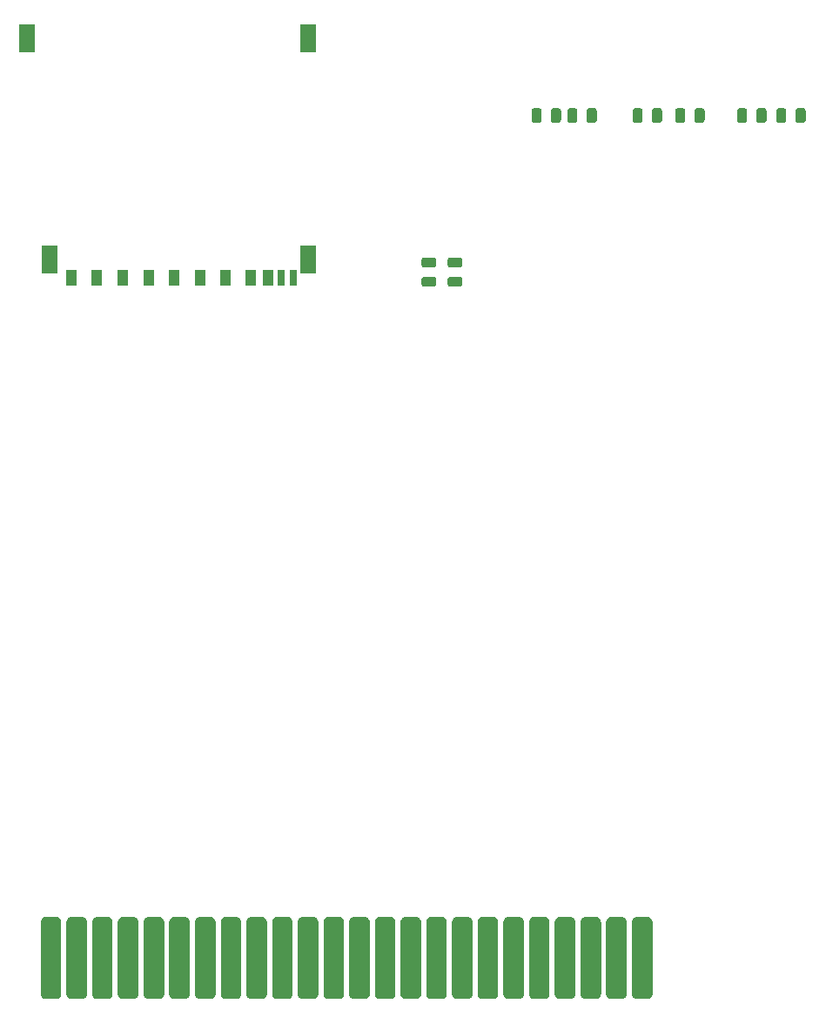
<source format=gtp>
G04 #@! TF.GenerationSoftware,KiCad,Pcbnew,5.1.5-52549c5~86~ubuntu19.10.1*
G04 #@! TF.CreationDate,2020-04-22T22:15:28+03:00*
G04 #@! TF.ProjectId,control,636f6e74-726f-46c2-9e6b-696361645f70,rev?*
G04 #@! TF.SameCoordinates,Original*
G04 #@! TF.FileFunction,Paste,Top*
G04 #@! TF.FilePolarity,Positive*
%FSLAX46Y46*%
G04 Gerber Fmt 4.6, Leading zero omitted, Abs format (unit mm)*
G04 Created by KiCad (PCBNEW 5.1.5-52549c5~86~ubuntu19.10.1) date 2020-04-22 22:15:28*
%MOMM*%
%LPD*%
G04 APERTURE LIST*
%ADD10C,0.100000*%
%ADD11R,1.000000X1.500000*%
%ADD12R,0.700000X1.500000*%
%ADD13R,1.500000X2.800000*%
G04 APERTURE END LIST*
D10*
G36*
X89009009Y-175707408D02*
G01*
X89057545Y-175714607D01*
X89105142Y-175726530D01*
X89151342Y-175743060D01*
X89195698Y-175764039D01*
X89237785Y-175789265D01*
X89277197Y-175818495D01*
X89313553Y-175851447D01*
X89346505Y-175887803D01*
X89375735Y-175927215D01*
X89400961Y-175969302D01*
X89421940Y-176013658D01*
X89438470Y-176059858D01*
X89450393Y-176107455D01*
X89457592Y-176155991D01*
X89460000Y-176205000D01*
X89460000Y-183205000D01*
X89457592Y-183254009D01*
X89450393Y-183302545D01*
X89438470Y-183350142D01*
X89421940Y-183396342D01*
X89400961Y-183440698D01*
X89375735Y-183482785D01*
X89346505Y-183522197D01*
X89313553Y-183558553D01*
X89277197Y-183591505D01*
X89237785Y-183620735D01*
X89195698Y-183645961D01*
X89151342Y-183666940D01*
X89105142Y-183683470D01*
X89057545Y-183695393D01*
X89009009Y-183702592D01*
X88960000Y-183705000D01*
X87960000Y-183705000D01*
X87910991Y-183702592D01*
X87862455Y-183695393D01*
X87814858Y-183683470D01*
X87768658Y-183666940D01*
X87724302Y-183645961D01*
X87682215Y-183620735D01*
X87642803Y-183591505D01*
X87606447Y-183558553D01*
X87573495Y-183522197D01*
X87544265Y-183482785D01*
X87519039Y-183440698D01*
X87498060Y-183396342D01*
X87481530Y-183350142D01*
X87469607Y-183302545D01*
X87462408Y-183254009D01*
X87460000Y-183205000D01*
X87460000Y-176205000D01*
X87462408Y-176155991D01*
X87469607Y-176107455D01*
X87481530Y-176059858D01*
X87498060Y-176013658D01*
X87519039Y-175969302D01*
X87544265Y-175927215D01*
X87573495Y-175887803D01*
X87606447Y-175851447D01*
X87642803Y-175818495D01*
X87682215Y-175789265D01*
X87724302Y-175764039D01*
X87768658Y-175743060D01*
X87814858Y-175726530D01*
X87862455Y-175714607D01*
X87910991Y-175707408D01*
X87960000Y-175705000D01*
X88960000Y-175705000D01*
X89009009Y-175707408D01*
G37*
G36*
X86509009Y-175707408D02*
G01*
X86557545Y-175714607D01*
X86605142Y-175726530D01*
X86651342Y-175743060D01*
X86695698Y-175764039D01*
X86737785Y-175789265D01*
X86777197Y-175818495D01*
X86813553Y-175851447D01*
X86846505Y-175887803D01*
X86875735Y-175927215D01*
X86900961Y-175969302D01*
X86921940Y-176013658D01*
X86938470Y-176059858D01*
X86950393Y-176107455D01*
X86957592Y-176155991D01*
X86960000Y-176205000D01*
X86960000Y-183205000D01*
X86957592Y-183254009D01*
X86950393Y-183302545D01*
X86938470Y-183350142D01*
X86921940Y-183396342D01*
X86900961Y-183440698D01*
X86875735Y-183482785D01*
X86846505Y-183522197D01*
X86813553Y-183558553D01*
X86777197Y-183591505D01*
X86737785Y-183620735D01*
X86695698Y-183645961D01*
X86651342Y-183666940D01*
X86605142Y-183683470D01*
X86557545Y-183695393D01*
X86509009Y-183702592D01*
X86460000Y-183705000D01*
X85460000Y-183705000D01*
X85410991Y-183702592D01*
X85362455Y-183695393D01*
X85314858Y-183683470D01*
X85268658Y-183666940D01*
X85224302Y-183645961D01*
X85182215Y-183620735D01*
X85142803Y-183591505D01*
X85106447Y-183558553D01*
X85073495Y-183522197D01*
X85044265Y-183482785D01*
X85019039Y-183440698D01*
X84998060Y-183396342D01*
X84981530Y-183350142D01*
X84969607Y-183302545D01*
X84962408Y-183254009D01*
X84960000Y-183205000D01*
X84960000Y-176205000D01*
X84962408Y-176155991D01*
X84969607Y-176107455D01*
X84981530Y-176059858D01*
X84998060Y-176013658D01*
X85019039Y-175969302D01*
X85044265Y-175927215D01*
X85073495Y-175887803D01*
X85106447Y-175851447D01*
X85142803Y-175818495D01*
X85182215Y-175789265D01*
X85224302Y-175764039D01*
X85268658Y-175743060D01*
X85314858Y-175726530D01*
X85362455Y-175714607D01*
X85410991Y-175707408D01*
X85460000Y-175705000D01*
X86460000Y-175705000D01*
X86509009Y-175707408D01*
G37*
G36*
X64009009Y-175707408D02*
G01*
X64057545Y-175714607D01*
X64105142Y-175726530D01*
X64151342Y-175743060D01*
X64195698Y-175764039D01*
X64237785Y-175789265D01*
X64277197Y-175818495D01*
X64313553Y-175851447D01*
X64346505Y-175887803D01*
X64375735Y-175927215D01*
X64400961Y-175969302D01*
X64421940Y-176013658D01*
X64438470Y-176059858D01*
X64450393Y-176107455D01*
X64457592Y-176155991D01*
X64460000Y-176205000D01*
X64460000Y-183205000D01*
X64457592Y-183254009D01*
X64450393Y-183302545D01*
X64438470Y-183350142D01*
X64421940Y-183396342D01*
X64400961Y-183440698D01*
X64375735Y-183482785D01*
X64346505Y-183522197D01*
X64313553Y-183558553D01*
X64277197Y-183591505D01*
X64237785Y-183620735D01*
X64195698Y-183645961D01*
X64151342Y-183666940D01*
X64105142Y-183683470D01*
X64057545Y-183695393D01*
X64009009Y-183702592D01*
X63960000Y-183705000D01*
X62960000Y-183705000D01*
X62910991Y-183702592D01*
X62862455Y-183695393D01*
X62814858Y-183683470D01*
X62768658Y-183666940D01*
X62724302Y-183645961D01*
X62682215Y-183620735D01*
X62642803Y-183591505D01*
X62606447Y-183558553D01*
X62573495Y-183522197D01*
X62544265Y-183482785D01*
X62519039Y-183440698D01*
X62498060Y-183396342D01*
X62481530Y-183350142D01*
X62469607Y-183302545D01*
X62462408Y-183254009D01*
X62460000Y-183205000D01*
X62460000Y-176205000D01*
X62462408Y-176155991D01*
X62469607Y-176107455D01*
X62481530Y-176059858D01*
X62498060Y-176013658D01*
X62519039Y-175969302D01*
X62544265Y-175927215D01*
X62573495Y-175887803D01*
X62606447Y-175851447D01*
X62642803Y-175818495D01*
X62682215Y-175789265D01*
X62724302Y-175764039D01*
X62768658Y-175743060D01*
X62814858Y-175726530D01*
X62862455Y-175714607D01*
X62910991Y-175707408D01*
X62960000Y-175705000D01*
X63960000Y-175705000D01*
X64009009Y-175707408D01*
G37*
G36*
X114009009Y-175707408D02*
G01*
X114057545Y-175714607D01*
X114105142Y-175726530D01*
X114151342Y-175743060D01*
X114195698Y-175764039D01*
X114237785Y-175789265D01*
X114277197Y-175818495D01*
X114313553Y-175851447D01*
X114346505Y-175887803D01*
X114375735Y-175927215D01*
X114400961Y-175969302D01*
X114421940Y-176013658D01*
X114438470Y-176059858D01*
X114450393Y-176107455D01*
X114457592Y-176155991D01*
X114460000Y-176205000D01*
X114460000Y-183205000D01*
X114457592Y-183254009D01*
X114450393Y-183302545D01*
X114438470Y-183350142D01*
X114421940Y-183396342D01*
X114400961Y-183440698D01*
X114375735Y-183482785D01*
X114346505Y-183522197D01*
X114313553Y-183558553D01*
X114277197Y-183591505D01*
X114237785Y-183620735D01*
X114195698Y-183645961D01*
X114151342Y-183666940D01*
X114105142Y-183683470D01*
X114057545Y-183695393D01*
X114009009Y-183702592D01*
X113960000Y-183705000D01*
X112960000Y-183705000D01*
X112910991Y-183702592D01*
X112862455Y-183695393D01*
X112814858Y-183683470D01*
X112768658Y-183666940D01*
X112724302Y-183645961D01*
X112682215Y-183620735D01*
X112642803Y-183591505D01*
X112606447Y-183558553D01*
X112573495Y-183522197D01*
X112544265Y-183482785D01*
X112519039Y-183440698D01*
X112498060Y-183396342D01*
X112481530Y-183350142D01*
X112469607Y-183302545D01*
X112462408Y-183254009D01*
X112460000Y-183205000D01*
X112460000Y-176205000D01*
X112462408Y-176155991D01*
X112469607Y-176107455D01*
X112481530Y-176059858D01*
X112498060Y-176013658D01*
X112519039Y-175969302D01*
X112544265Y-175927215D01*
X112573495Y-175887803D01*
X112606447Y-175851447D01*
X112642803Y-175818495D01*
X112682215Y-175789265D01*
X112724302Y-175764039D01*
X112768658Y-175743060D01*
X112814858Y-175726530D01*
X112862455Y-175714607D01*
X112910991Y-175707408D01*
X112960000Y-175705000D01*
X113960000Y-175705000D01*
X114009009Y-175707408D01*
G37*
G36*
X96509009Y-175707408D02*
G01*
X96557545Y-175714607D01*
X96605142Y-175726530D01*
X96651342Y-175743060D01*
X96695698Y-175764039D01*
X96737785Y-175789265D01*
X96777197Y-175818495D01*
X96813553Y-175851447D01*
X96846505Y-175887803D01*
X96875735Y-175927215D01*
X96900961Y-175969302D01*
X96921940Y-176013658D01*
X96938470Y-176059858D01*
X96950393Y-176107455D01*
X96957592Y-176155991D01*
X96960000Y-176205000D01*
X96960000Y-183205000D01*
X96957592Y-183254009D01*
X96950393Y-183302545D01*
X96938470Y-183350142D01*
X96921940Y-183396342D01*
X96900961Y-183440698D01*
X96875735Y-183482785D01*
X96846505Y-183522197D01*
X96813553Y-183558553D01*
X96777197Y-183591505D01*
X96737785Y-183620735D01*
X96695698Y-183645961D01*
X96651342Y-183666940D01*
X96605142Y-183683470D01*
X96557545Y-183695393D01*
X96509009Y-183702592D01*
X96460000Y-183705000D01*
X95460000Y-183705000D01*
X95410991Y-183702592D01*
X95362455Y-183695393D01*
X95314858Y-183683470D01*
X95268658Y-183666940D01*
X95224302Y-183645961D01*
X95182215Y-183620735D01*
X95142803Y-183591505D01*
X95106447Y-183558553D01*
X95073495Y-183522197D01*
X95044265Y-183482785D01*
X95019039Y-183440698D01*
X94998060Y-183396342D01*
X94981530Y-183350142D01*
X94969607Y-183302545D01*
X94962408Y-183254009D01*
X94960000Y-183205000D01*
X94960000Y-176205000D01*
X94962408Y-176155991D01*
X94969607Y-176107455D01*
X94981530Y-176059858D01*
X94998060Y-176013658D01*
X95019039Y-175969302D01*
X95044265Y-175927215D01*
X95073495Y-175887803D01*
X95106447Y-175851447D01*
X95142803Y-175818495D01*
X95182215Y-175789265D01*
X95224302Y-175764039D01*
X95268658Y-175743060D01*
X95314858Y-175726530D01*
X95362455Y-175714607D01*
X95410991Y-175707408D01*
X95460000Y-175705000D01*
X96460000Y-175705000D01*
X96509009Y-175707408D01*
G37*
G36*
X79009009Y-175707408D02*
G01*
X79057545Y-175714607D01*
X79105142Y-175726530D01*
X79151342Y-175743060D01*
X79195698Y-175764039D01*
X79237785Y-175789265D01*
X79277197Y-175818495D01*
X79313553Y-175851447D01*
X79346505Y-175887803D01*
X79375735Y-175927215D01*
X79400961Y-175969302D01*
X79421940Y-176013658D01*
X79438470Y-176059858D01*
X79450393Y-176107455D01*
X79457592Y-176155991D01*
X79460000Y-176205000D01*
X79460000Y-183205000D01*
X79457592Y-183254009D01*
X79450393Y-183302545D01*
X79438470Y-183350142D01*
X79421940Y-183396342D01*
X79400961Y-183440698D01*
X79375735Y-183482785D01*
X79346505Y-183522197D01*
X79313553Y-183558553D01*
X79277197Y-183591505D01*
X79237785Y-183620735D01*
X79195698Y-183645961D01*
X79151342Y-183666940D01*
X79105142Y-183683470D01*
X79057545Y-183695393D01*
X79009009Y-183702592D01*
X78960000Y-183705000D01*
X77960000Y-183705000D01*
X77910991Y-183702592D01*
X77862455Y-183695393D01*
X77814858Y-183683470D01*
X77768658Y-183666940D01*
X77724302Y-183645961D01*
X77682215Y-183620735D01*
X77642803Y-183591505D01*
X77606447Y-183558553D01*
X77573495Y-183522197D01*
X77544265Y-183482785D01*
X77519039Y-183440698D01*
X77498060Y-183396342D01*
X77481530Y-183350142D01*
X77469607Y-183302545D01*
X77462408Y-183254009D01*
X77460000Y-183205000D01*
X77460000Y-176205000D01*
X77462408Y-176155991D01*
X77469607Y-176107455D01*
X77481530Y-176059858D01*
X77498060Y-176013658D01*
X77519039Y-175969302D01*
X77544265Y-175927215D01*
X77573495Y-175887803D01*
X77606447Y-175851447D01*
X77642803Y-175818495D01*
X77682215Y-175789265D01*
X77724302Y-175764039D01*
X77768658Y-175743060D01*
X77814858Y-175726530D01*
X77862455Y-175714607D01*
X77910991Y-175707408D01*
X77960000Y-175705000D01*
X78960000Y-175705000D01*
X79009009Y-175707408D01*
G37*
G36*
X59009009Y-175707408D02*
G01*
X59057545Y-175714607D01*
X59105142Y-175726530D01*
X59151342Y-175743060D01*
X59195698Y-175764039D01*
X59237785Y-175789265D01*
X59277197Y-175818495D01*
X59313553Y-175851447D01*
X59346505Y-175887803D01*
X59375735Y-175927215D01*
X59400961Y-175969302D01*
X59421940Y-176013658D01*
X59438470Y-176059858D01*
X59450393Y-176107455D01*
X59457592Y-176155991D01*
X59460000Y-176205000D01*
X59460000Y-183205000D01*
X59457592Y-183254009D01*
X59450393Y-183302545D01*
X59438470Y-183350142D01*
X59421940Y-183396342D01*
X59400961Y-183440698D01*
X59375735Y-183482785D01*
X59346505Y-183522197D01*
X59313553Y-183558553D01*
X59277197Y-183591505D01*
X59237785Y-183620735D01*
X59195698Y-183645961D01*
X59151342Y-183666940D01*
X59105142Y-183683470D01*
X59057545Y-183695393D01*
X59009009Y-183702592D01*
X58960000Y-183705000D01*
X57960000Y-183705000D01*
X57910991Y-183702592D01*
X57862455Y-183695393D01*
X57814858Y-183683470D01*
X57768658Y-183666940D01*
X57724302Y-183645961D01*
X57682215Y-183620735D01*
X57642803Y-183591505D01*
X57606447Y-183558553D01*
X57573495Y-183522197D01*
X57544265Y-183482785D01*
X57519039Y-183440698D01*
X57498060Y-183396342D01*
X57481530Y-183350142D01*
X57469607Y-183302545D01*
X57462408Y-183254009D01*
X57460000Y-183205000D01*
X57460000Y-176205000D01*
X57462408Y-176155991D01*
X57469607Y-176107455D01*
X57481530Y-176059858D01*
X57498060Y-176013658D01*
X57519039Y-175969302D01*
X57544265Y-175927215D01*
X57573495Y-175887803D01*
X57606447Y-175851447D01*
X57642803Y-175818495D01*
X57682215Y-175789265D01*
X57724302Y-175764039D01*
X57768658Y-175743060D01*
X57814858Y-175726530D01*
X57862455Y-175714607D01*
X57910991Y-175707408D01*
X57960000Y-175705000D01*
X58960000Y-175705000D01*
X59009009Y-175707408D01*
G37*
G36*
X84009009Y-175707408D02*
G01*
X84057545Y-175714607D01*
X84105142Y-175726530D01*
X84151342Y-175743060D01*
X84195698Y-175764039D01*
X84237785Y-175789265D01*
X84277197Y-175818495D01*
X84313553Y-175851447D01*
X84346505Y-175887803D01*
X84375735Y-175927215D01*
X84400961Y-175969302D01*
X84421940Y-176013658D01*
X84438470Y-176059858D01*
X84450393Y-176107455D01*
X84457592Y-176155991D01*
X84460000Y-176205000D01*
X84460000Y-183205000D01*
X84457592Y-183254009D01*
X84450393Y-183302545D01*
X84438470Y-183350142D01*
X84421940Y-183396342D01*
X84400961Y-183440698D01*
X84375735Y-183482785D01*
X84346505Y-183522197D01*
X84313553Y-183558553D01*
X84277197Y-183591505D01*
X84237785Y-183620735D01*
X84195698Y-183645961D01*
X84151342Y-183666940D01*
X84105142Y-183683470D01*
X84057545Y-183695393D01*
X84009009Y-183702592D01*
X83960000Y-183705000D01*
X82960000Y-183705000D01*
X82910991Y-183702592D01*
X82862455Y-183695393D01*
X82814858Y-183683470D01*
X82768658Y-183666940D01*
X82724302Y-183645961D01*
X82682215Y-183620735D01*
X82642803Y-183591505D01*
X82606447Y-183558553D01*
X82573495Y-183522197D01*
X82544265Y-183482785D01*
X82519039Y-183440698D01*
X82498060Y-183396342D01*
X82481530Y-183350142D01*
X82469607Y-183302545D01*
X82462408Y-183254009D01*
X82460000Y-183205000D01*
X82460000Y-176205000D01*
X82462408Y-176155991D01*
X82469607Y-176107455D01*
X82481530Y-176059858D01*
X82498060Y-176013658D01*
X82519039Y-175969302D01*
X82544265Y-175927215D01*
X82573495Y-175887803D01*
X82606447Y-175851447D01*
X82642803Y-175818495D01*
X82682215Y-175789265D01*
X82724302Y-175764039D01*
X82768658Y-175743060D01*
X82814858Y-175726530D01*
X82862455Y-175714607D01*
X82910991Y-175707408D01*
X82960000Y-175705000D01*
X83960000Y-175705000D01*
X84009009Y-175707408D01*
G37*
G36*
X99009009Y-175707408D02*
G01*
X99057545Y-175714607D01*
X99105142Y-175726530D01*
X99151342Y-175743060D01*
X99195698Y-175764039D01*
X99237785Y-175789265D01*
X99277197Y-175818495D01*
X99313553Y-175851447D01*
X99346505Y-175887803D01*
X99375735Y-175927215D01*
X99400961Y-175969302D01*
X99421940Y-176013658D01*
X99438470Y-176059858D01*
X99450393Y-176107455D01*
X99457592Y-176155991D01*
X99460000Y-176205000D01*
X99460000Y-183205000D01*
X99457592Y-183254009D01*
X99450393Y-183302545D01*
X99438470Y-183350142D01*
X99421940Y-183396342D01*
X99400961Y-183440698D01*
X99375735Y-183482785D01*
X99346505Y-183522197D01*
X99313553Y-183558553D01*
X99277197Y-183591505D01*
X99237785Y-183620735D01*
X99195698Y-183645961D01*
X99151342Y-183666940D01*
X99105142Y-183683470D01*
X99057545Y-183695393D01*
X99009009Y-183702592D01*
X98960000Y-183705000D01*
X97960000Y-183705000D01*
X97910991Y-183702592D01*
X97862455Y-183695393D01*
X97814858Y-183683470D01*
X97768658Y-183666940D01*
X97724302Y-183645961D01*
X97682215Y-183620735D01*
X97642803Y-183591505D01*
X97606447Y-183558553D01*
X97573495Y-183522197D01*
X97544265Y-183482785D01*
X97519039Y-183440698D01*
X97498060Y-183396342D01*
X97481530Y-183350142D01*
X97469607Y-183302545D01*
X97462408Y-183254009D01*
X97460000Y-183205000D01*
X97460000Y-176205000D01*
X97462408Y-176155991D01*
X97469607Y-176107455D01*
X97481530Y-176059858D01*
X97498060Y-176013658D01*
X97519039Y-175969302D01*
X97544265Y-175927215D01*
X97573495Y-175887803D01*
X97606447Y-175851447D01*
X97642803Y-175818495D01*
X97682215Y-175789265D01*
X97724302Y-175764039D01*
X97768658Y-175743060D01*
X97814858Y-175726530D01*
X97862455Y-175714607D01*
X97910991Y-175707408D01*
X97960000Y-175705000D01*
X98960000Y-175705000D01*
X99009009Y-175707408D01*
G37*
G36*
X74009009Y-175707408D02*
G01*
X74057545Y-175714607D01*
X74105142Y-175726530D01*
X74151342Y-175743060D01*
X74195698Y-175764039D01*
X74237785Y-175789265D01*
X74277197Y-175818495D01*
X74313553Y-175851447D01*
X74346505Y-175887803D01*
X74375735Y-175927215D01*
X74400961Y-175969302D01*
X74421940Y-176013658D01*
X74438470Y-176059858D01*
X74450393Y-176107455D01*
X74457592Y-176155991D01*
X74460000Y-176205000D01*
X74460000Y-183205000D01*
X74457592Y-183254009D01*
X74450393Y-183302545D01*
X74438470Y-183350142D01*
X74421940Y-183396342D01*
X74400961Y-183440698D01*
X74375735Y-183482785D01*
X74346505Y-183522197D01*
X74313553Y-183558553D01*
X74277197Y-183591505D01*
X74237785Y-183620735D01*
X74195698Y-183645961D01*
X74151342Y-183666940D01*
X74105142Y-183683470D01*
X74057545Y-183695393D01*
X74009009Y-183702592D01*
X73960000Y-183705000D01*
X72960000Y-183705000D01*
X72910991Y-183702592D01*
X72862455Y-183695393D01*
X72814858Y-183683470D01*
X72768658Y-183666940D01*
X72724302Y-183645961D01*
X72682215Y-183620735D01*
X72642803Y-183591505D01*
X72606447Y-183558553D01*
X72573495Y-183522197D01*
X72544265Y-183482785D01*
X72519039Y-183440698D01*
X72498060Y-183396342D01*
X72481530Y-183350142D01*
X72469607Y-183302545D01*
X72462408Y-183254009D01*
X72460000Y-183205000D01*
X72460000Y-176205000D01*
X72462408Y-176155991D01*
X72469607Y-176107455D01*
X72481530Y-176059858D01*
X72498060Y-176013658D01*
X72519039Y-175969302D01*
X72544265Y-175927215D01*
X72573495Y-175887803D01*
X72606447Y-175851447D01*
X72642803Y-175818495D01*
X72682215Y-175789265D01*
X72724302Y-175764039D01*
X72768658Y-175743060D01*
X72814858Y-175726530D01*
X72862455Y-175714607D01*
X72910991Y-175707408D01*
X72960000Y-175705000D01*
X73960000Y-175705000D01*
X74009009Y-175707408D01*
G37*
G36*
X81509009Y-175707408D02*
G01*
X81557545Y-175714607D01*
X81605142Y-175726530D01*
X81651342Y-175743060D01*
X81695698Y-175764039D01*
X81737785Y-175789265D01*
X81777197Y-175818495D01*
X81813553Y-175851447D01*
X81846505Y-175887803D01*
X81875735Y-175927215D01*
X81900961Y-175969302D01*
X81921940Y-176013658D01*
X81938470Y-176059858D01*
X81950393Y-176107455D01*
X81957592Y-176155991D01*
X81960000Y-176205000D01*
X81960000Y-183205000D01*
X81957592Y-183254009D01*
X81950393Y-183302545D01*
X81938470Y-183350142D01*
X81921940Y-183396342D01*
X81900961Y-183440698D01*
X81875735Y-183482785D01*
X81846505Y-183522197D01*
X81813553Y-183558553D01*
X81777197Y-183591505D01*
X81737785Y-183620735D01*
X81695698Y-183645961D01*
X81651342Y-183666940D01*
X81605142Y-183683470D01*
X81557545Y-183695393D01*
X81509009Y-183702592D01*
X81460000Y-183705000D01*
X80460000Y-183705000D01*
X80410991Y-183702592D01*
X80362455Y-183695393D01*
X80314858Y-183683470D01*
X80268658Y-183666940D01*
X80224302Y-183645961D01*
X80182215Y-183620735D01*
X80142803Y-183591505D01*
X80106447Y-183558553D01*
X80073495Y-183522197D01*
X80044265Y-183482785D01*
X80019039Y-183440698D01*
X79998060Y-183396342D01*
X79981530Y-183350142D01*
X79969607Y-183302545D01*
X79962408Y-183254009D01*
X79960000Y-183205000D01*
X79960000Y-176205000D01*
X79962408Y-176155991D01*
X79969607Y-176107455D01*
X79981530Y-176059858D01*
X79998060Y-176013658D01*
X80019039Y-175969302D01*
X80044265Y-175927215D01*
X80073495Y-175887803D01*
X80106447Y-175851447D01*
X80142803Y-175818495D01*
X80182215Y-175789265D01*
X80224302Y-175764039D01*
X80268658Y-175743060D01*
X80314858Y-175726530D01*
X80362455Y-175714607D01*
X80410991Y-175707408D01*
X80460000Y-175705000D01*
X81460000Y-175705000D01*
X81509009Y-175707408D01*
G37*
G36*
X94009009Y-175707408D02*
G01*
X94057545Y-175714607D01*
X94105142Y-175726530D01*
X94151342Y-175743060D01*
X94195698Y-175764039D01*
X94237785Y-175789265D01*
X94277197Y-175818495D01*
X94313553Y-175851447D01*
X94346505Y-175887803D01*
X94375735Y-175927215D01*
X94400961Y-175969302D01*
X94421940Y-176013658D01*
X94438470Y-176059858D01*
X94450393Y-176107455D01*
X94457592Y-176155991D01*
X94460000Y-176205000D01*
X94460000Y-183205000D01*
X94457592Y-183254009D01*
X94450393Y-183302545D01*
X94438470Y-183350142D01*
X94421940Y-183396342D01*
X94400961Y-183440698D01*
X94375735Y-183482785D01*
X94346505Y-183522197D01*
X94313553Y-183558553D01*
X94277197Y-183591505D01*
X94237785Y-183620735D01*
X94195698Y-183645961D01*
X94151342Y-183666940D01*
X94105142Y-183683470D01*
X94057545Y-183695393D01*
X94009009Y-183702592D01*
X93960000Y-183705000D01*
X92960000Y-183705000D01*
X92910991Y-183702592D01*
X92862455Y-183695393D01*
X92814858Y-183683470D01*
X92768658Y-183666940D01*
X92724302Y-183645961D01*
X92682215Y-183620735D01*
X92642803Y-183591505D01*
X92606447Y-183558553D01*
X92573495Y-183522197D01*
X92544265Y-183482785D01*
X92519039Y-183440698D01*
X92498060Y-183396342D01*
X92481530Y-183350142D01*
X92469607Y-183302545D01*
X92462408Y-183254009D01*
X92460000Y-183205000D01*
X92460000Y-176205000D01*
X92462408Y-176155991D01*
X92469607Y-176107455D01*
X92481530Y-176059858D01*
X92498060Y-176013658D01*
X92519039Y-175969302D01*
X92544265Y-175927215D01*
X92573495Y-175887803D01*
X92606447Y-175851447D01*
X92642803Y-175818495D01*
X92682215Y-175789265D01*
X92724302Y-175764039D01*
X92768658Y-175743060D01*
X92814858Y-175726530D01*
X92862455Y-175714607D01*
X92910991Y-175707408D01*
X92960000Y-175705000D01*
X93960000Y-175705000D01*
X94009009Y-175707408D01*
G37*
G36*
X71509009Y-175707408D02*
G01*
X71557545Y-175714607D01*
X71605142Y-175726530D01*
X71651342Y-175743060D01*
X71695698Y-175764039D01*
X71737785Y-175789265D01*
X71777197Y-175818495D01*
X71813553Y-175851447D01*
X71846505Y-175887803D01*
X71875735Y-175927215D01*
X71900961Y-175969302D01*
X71921940Y-176013658D01*
X71938470Y-176059858D01*
X71950393Y-176107455D01*
X71957592Y-176155991D01*
X71960000Y-176205000D01*
X71960000Y-183205000D01*
X71957592Y-183254009D01*
X71950393Y-183302545D01*
X71938470Y-183350142D01*
X71921940Y-183396342D01*
X71900961Y-183440698D01*
X71875735Y-183482785D01*
X71846505Y-183522197D01*
X71813553Y-183558553D01*
X71777197Y-183591505D01*
X71737785Y-183620735D01*
X71695698Y-183645961D01*
X71651342Y-183666940D01*
X71605142Y-183683470D01*
X71557545Y-183695393D01*
X71509009Y-183702592D01*
X71460000Y-183705000D01*
X70460000Y-183705000D01*
X70410991Y-183702592D01*
X70362455Y-183695393D01*
X70314858Y-183683470D01*
X70268658Y-183666940D01*
X70224302Y-183645961D01*
X70182215Y-183620735D01*
X70142803Y-183591505D01*
X70106447Y-183558553D01*
X70073495Y-183522197D01*
X70044265Y-183482785D01*
X70019039Y-183440698D01*
X69998060Y-183396342D01*
X69981530Y-183350142D01*
X69969607Y-183302545D01*
X69962408Y-183254009D01*
X69960000Y-183205000D01*
X69960000Y-176205000D01*
X69962408Y-176155991D01*
X69969607Y-176107455D01*
X69981530Y-176059858D01*
X69998060Y-176013658D01*
X70019039Y-175969302D01*
X70044265Y-175927215D01*
X70073495Y-175887803D01*
X70106447Y-175851447D01*
X70142803Y-175818495D01*
X70182215Y-175789265D01*
X70224302Y-175764039D01*
X70268658Y-175743060D01*
X70314858Y-175726530D01*
X70362455Y-175714607D01*
X70410991Y-175707408D01*
X70460000Y-175705000D01*
X71460000Y-175705000D01*
X71509009Y-175707408D01*
G37*
G36*
X109009009Y-175707408D02*
G01*
X109057545Y-175714607D01*
X109105142Y-175726530D01*
X109151342Y-175743060D01*
X109195698Y-175764039D01*
X109237785Y-175789265D01*
X109277197Y-175818495D01*
X109313553Y-175851447D01*
X109346505Y-175887803D01*
X109375735Y-175927215D01*
X109400961Y-175969302D01*
X109421940Y-176013658D01*
X109438470Y-176059858D01*
X109450393Y-176107455D01*
X109457592Y-176155991D01*
X109460000Y-176205000D01*
X109460000Y-183205000D01*
X109457592Y-183254009D01*
X109450393Y-183302545D01*
X109438470Y-183350142D01*
X109421940Y-183396342D01*
X109400961Y-183440698D01*
X109375735Y-183482785D01*
X109346505Y-183522197D01*
X109313553Y-183558553D01*
X109277197Y-183591505D01*
X109237785Y-183620735D01*
X109195698Y-183645961D01*
X109151342Y-183666940D01*
X109105142Y-183683470D01*
X109057545Y-183695393D01*
X109009009Y-183702592D01*
X108960000Y-183705000D01*
X107960000Y-183705000D01*
X107910991Y-183702592D01*
X107862455Y-183695393D01*
X107814858Y-183683470D01*
X107768658Y-183666940D01*
X107724302Y-183645961D01*
X107682215Y-183620735D01*
X107642803Y-183591505D01*
X107606447Y-183558553D01*
X107573495Y-183522197D01*
X107544265Y-183482785D01*
X107519039Y-183440698D01*
X107498060Y-183396342D01*
X107481530Y-183350142D01*
X107469607Y-183302545D01*
X107462408Y-183254009D01*
X107460000Y-183205000D01*
X107460000Y-176205000D01*
X107462408Y-176155991D01*
X107469607Y-176107455D01*
X107481530Y-176059858D01*
X107498060Y-176013658D01*
X107519039Y-175969302D01*
X107544265Y-175927215D01*
X107573495Y-175887803D01*
X107606447Y-175851447D01*
X107642803Y-175818495D01*
X107682215Y-175789265D01*
X107724302Y-175764039D01*
X107768658Y-175743060D01*
X107814858Y-175726530D01*
X107862455Y-175714607D01*
X107910991Y-175707408D01*
X107960000Y-175705000D01*
X108960000Y-175705000D01*
X109009009Y-175707408D01*
G37*
G36*
X66509009Y-175707408D02*
G01*
X66557545Y-175714607D01*
X66605142Y-175726530D01*
X66651342Y-175743060D01*
X66695698Y-175764039D01*
X66737785Y-175789265D01*
X66777197Y-175818495D01*
X66813553Y-175851447D01*
X66846505Y-175887803D01*
X66875735Y-175927215D01*
X66900961Y-175969302D01*
X66921940Y-176013658D01*
X66938470Y-176059858D01*
X66950393Y-176107455D01*
X66957592Y-176155991D01*
X66960000Y-176205000D01*
X66960000Y-183205000D01*
X66957592Y-183254009D01*
X66950393Y-183302545D01*
X66938470Y-183350142D01*
X66921940Y-183396342D01*
X66900961Y-183440698D01*
X66875735Y-183482785D01*
X66846505Y-183522197D01*
X66813553Y-183558553D01*
X66777197Y-183591505D01*
X66737785Y-183620735D01*
X66695698Y-183645961D01*
X66651342Y-183666940D01*
X66605142Y-183683470D01*
X66557545Y-183695393D01*
X66509009Y-183702592D01*
X66460000Y-183705000D01*
X65460000Y-183705000D01*
X65410991Y-183702592D01*
X65362455Y-183695393D01*
X65314858Y-183683470D01*
X65268658Y-183666940D01*
X65224302Y-183645961D01*
X65182215Y-183620735D01*
X65142803Y-183591505D01*
X65106447Y-183558553D01*
X65073495Y-183522197D01*
X65044265Y-183482785D01*
X65019039Y-183440698D01*
X64998060Y-183396342D01*
X64981530Y-183350142D01*
X64969607Y-183302545D01*
X64962408Y-183254009D01*
X64960000Y-183205000D01*
X64960000Y-176205000D01*
X64962408Y-176155991D01*
X64969607Y-176107455D01*
X64981530Y-176059858D01*
X64998060Y-176013658D01*
X65019039Y-175969302D01*
X65044265Y-175927215D01*
X65073495Y-175887803D01*
X65106447Y-175851447D01*
X65142803Y-175818495D01*
X65182215Y-175789265D01*
X65224302Y-175764039D01*
X65268658Y-175743060D01*
X65314858Y-175726530D01*
X65362455Y-175714607D01*
X65410991Y-175707408D01*
X65460000Y-175705000D01*
X66460000Y-175705000D01*
X66509009Y-175707408D01*
G37*
G36*
X61509009Y-175707408D02*
G01*
X61557545Y-175714607D01*
X61605142Y-175726530D01*
X61651342Y-175743060D01*
X61695698Y-175764039D01*
X61737785Y-175789265D01*
X61777197Y-175818495D01*
X61813553Y-175851447D01*
X61846505Y-175887803D01*
X61875735Y-175927215D01*
X61900961Y-175969302D01*
X61921940Y-176013658D01*
X61938470Y-176059858D01*
X61950393Y-176107455D01*
X61957592Y-176155991D01*
X61960000Y-176205000D01*
X61960000Y-183205000D01*
X61957592Y-183254009D01*
X61950393Y-183302545D01*
X61938470Y-183350142D01*
X61921940Y-183396342D01*
X61900961Y-183440698D01*
X61875735Y-183482785D01*
X61846505Y-183522197D01*
X61813553Y-183558553D01*
X61777197Y-183591505D01*
X61737785Y-183620735D01*
X61695698Y-183645961D01*
X61651342Y-183666940D01*
X61605142Y-183683470D01*
X61557545Y-183695393D01*
X61509009Y-183702592D01*
X61460000Y-183705000D01*
X60460000Y-183705000D01*
X60410991Y-183702592D01*
X60362455Y-183695393D01*
X60314858Y-183683470D01*
X60268658Y-183666940D01*
X60224302Y-183645961D01*
X60182215Y-183620735D01*
X60142803Y-183591505D01*
X60106447Y-183558553D01*
X60073495Y-183522197D01*
X60044265Y-183482785D01*
X60019039Y-183440698D01*
X59998060Y-183396342D01*
X59981530Y-183350142D01*
X59969607Y-183302545D01*
X59962408Y-183254009D01*
X59960000Y-183205000D01*
X59960000Y-176205000D01*
X59962408Y-176155991D01*
X59969607Y-176107455D01*
X59981530Y-176059858D01*
X59998060Y-176013658D01*
X60019039Y-175969302D01*
X60044265Y-175927215D01*
X60073495Y-175887803D01*
X60106447Y-175851447D01*
X60142803Y-175818495D01*
X60182215Y-175789265D01*
X60224302Y-175764039D01*
X60268658Y-175743060D01*
X60314858Y-175726530D01*
X60362455Y-175714607D01*
X60410991Y-175707408D01*
X60460000Y-175705000D01*
X61460000Y-175705000D01*
X61509009Y-175707408D01*
G37*
G36*
X56509009Y-175707408D02*
G01*
X56557545Y-175714607D01*
X56605142Y-175726530D01*
X56651342Y-175743060D01*
X56695698Y-175764039D01*
X56737785Y-175789265D01*
X56777197Y-175818495D01*
X56813553Y-175851447D01*
X56846505Y-175887803D01*
X56875735Y-175927215D01*
X56900961Y-175969302D01*
X56921940Y-176013658D01*
X56938470Y-176059858D01*
X56950393Y-176107455D01*
X56957592Y-176155991D01*
X56960000Y-176205000D01*
X56960000Y-183205000D01*
X56957592Y-183254009D01*
X56950393Y-183302545D01*
X56938470Y-183350142D01*
X56921940Y-183396342D01*
X56900961Y-183440698D01*
X56875735Y-183482785D01*
X56846505Y-183522197D01*
X56813553Y-183558553D01*
X56777197Y-183591505D01*
X56737785Y-183620735D01*
X56695698Y-183645961D01*
X56651342Y-183666940D01*
X56605142Y-183683470D01*
X56557545Y-183695393D01*
X56509009Y-183702592D01*
X56460000Y-183705000D01*
X55460000Y-183705000D01*
X55410991Y-183702592D01*
X55362455Y-183695393D01*
X55314858Y-183683470D01*
X55268658Y-183666940D01*
X55224302Y-183645961D01*
X55182215Y-183620735D01*
X55142803Y-183591505D01*
X55106447Y-183558553D01*
X55073495Y-183522197D01*
X55044265Y-183482785D01*
X55019039Y-183440698D01*
X54998060Y-183396342D01*
X54981530Y-183350142D01*
X54969607Y-183302545D01*
X54962408Y-183254009D01*
X54960000Y-183205000D01*
X54960000Y-176205000D01*
X54962408Y-176155991D01*
X54969607Y-176107455D01*
X54981530Y-176059858D01*
X54998060Y-176013658D01*
X55019039Y-175969302D01*
X55044265Y-175927215D01*
X55073495Y-175887803D01*
X55106447Y-175851447D01*
X55142803Y-175818495D01*
X55182215Y-175789265D01*
X55224302Y-175764039D01*
X55268658Y-175743060D01*
X55314858Y-175726530D01*
X55362455Y-175714607D01*
X55410991Y-175707408D01*
X55460000Y-175705000D01*
X56460000Y-175705000D01*
X56509009Y-175707408D01*
G37*
G36*
X69009009Y-175707408D02*
G01*
X69057545Y-175714607D01*
X69105142Y-175726530D01*
X69151342Y-175743060D01*
X69195698Y-175764039D01*
X69237785Y-175789265D01*
X69277197Y-175818495D01*
X69313553Y-175851447D01*
X69346505Y-175887803D01*
X69375735Y-175927215D01*
X69400961Y-175969302D01*
X69421940Y-176013658D01*
X69438470Y-176059858D01*
X69450393Y-176107455D01*
X69457592Y-176155991D01*
X69460000Y-176205000D01*
X69460000Y-183205000D01*
X69457592Y-183254009D01*
X69450393Y-183302545D01*
X69438470Y-183350142D01*
X69421940Y-183396342D01*
X69400961Y-183440698D01*
X69375735Y-183482785D01*
X69346505Y-183522197D01*
X69313553Y-183558553D01*
X69277197Y-183591505D01*
X69237785Y-183620735D01*
X69195698Y-183645961D01*
X69151342Y-183666940D01*
X69105142Y-183683470D01*
X69057545Y-183695393D01*
X69009009Y-183702592D01*
X68960000Y-183705000D01*
X67960000Y-183705000D01*
X67910991Y-183702592D01*
X67862455Y-183695393D01*
X67814858Y-183683470D01*
X67768658Y-183666940D01*
X67724302Y-183645961D01*
X67682215Y-183620735D01*
X67642803Y-183591505D01*
X67606447Y-183558553D01*
X67573495Y-183522197D01*
X67544265Y-183482785D01*
X67519039Y-183440698D01*
X67498060Y-183396342D01*
X67481530Y-183350142D01*
X67469607Y-183302545D01*
X67462408Y-183254009D01*
X67460000Y-183205000D01*
X67460000Y-176205000D01*
X67462408Y-176155991D01*
X67469607Y-176107455D01*
X67481530Y-176059858D01*
X67498060Y-176013658D01*
X67519039Y-175969302D01*
X67544265Y-175927215D01*
X67573495Y-175887803D01*
X67606447Y-175851447D01*
X67642803Y-175818495D01*
X67682215Y-175789265D01*
X67724302Y-175764039D01*
X67768658Y-175743060D01*
X67814858Y-175726530D01*
X67862455Y-175714607D01*
X67910991Y-175707408D01*
X67960000Y-175705000D01*
X68960000Y-175705000D01*
X69009009Y-175707408D01*
G37*
G36*
X91509009Y-175707408D02*
G01*
X91557545Y-175714607D01*
X91605142Y-175726530D01*
X91651342Y-175743060D01*
X91695698Y-175764039D01*
X91737785Y-175789265D01*
X91777197Y-175818495D01*
X91813553Y-175851447D01*
X91846505Y-175887803D01*
X91875735Y-175927215D01*
X91900961Y-175969302D01*
X91921940Y-176013658D01*
X91938470Y-176059858D01*
X91950393Y-176107455D01*
X91957592Y-176155991D01*
X91960000Y-176205000D01*
X91960000Y-183205000D01*
X91957592Y-183254009D01*
X91950393Y-183302545D01*
X91938470Y-183350142D01*
X91921940Y-183396342D01*
X91900961Y-183440698D01*
X91875735Y-183482785D01*
X91846505Y-183522197D01*
X91813553Y-183558553D01*
X91777197Y-183591505D01*
X91737785Y-183620735D01*
X91695698Y-183645961D01*
X91651342Y-183666940D01*
X91605142Y-183683470D01*
X91557545Y-183695393D01*
X91509009Y-183702592D01*
X91460000Y-183705000D01*
X90460000Y-183705000D01*
X90410991Y-183702592D01*
X90362455Y-183695393D01*
X90314858Y-183683470D01*
X90268658Y-183666940D01*
X90224302Y-183645961D01*
X90182215Y-183620735D01*
X90142803Y-183591505D01*
X90106447Y-183558553D01*
X90073495Y-183522197D01*
X90044265Y-183482785D01*
X90019039Y-183440698D01*
X89998060Y-183396342D01*
X89981530Y-183350142D01*
X89969607Y-183302545D01*
X89962408Y-183254009D01*
X89960000Y-183205000D01*
X89960000Y-176205000D01*
X89962408Y-176155991D01*
X89969607Y-176107455D01*
X89981530Y-176059858D01*
X89998060Y-176013658D01*
X90019039Y-175969302D01*
X90044265Y-175927215D01*
X90073495Y-175887803D01*
X90106447Y-175851447D01*
X90142803Y-175818495D01*
X90182215Y-175789265D01*
X90224302Y-175764039D01*
X90268658Y-175743060D01*
X90314858Y-175726530D01*
X90362455Y-175714607D01*
X90410991Y-175707408D01*
X90460000Y-175705000D01*
X91460000Y-175705000D01*
X91509009Y-175707408D01*
G37*
G36*
X76509009Y-175707408D02*
G01*
X76557545Y-175714607D01*
X76605142Y-175726530D01*
X76651342Y-175743060D01*
X76695698Y-175764039D01*
X76737785Y-175789265D01*
X76777197Y-175818495D01*
X76813553Y-175851447D01*
X76846505Y-175887803D01*
X76875735Y-175927215D01*
X76900961Y-175969302D01*
X76921940Y-176013658D01*
X76938470Y-176059858D01*
X76950393Y-176107455D01*
X76957592Y-176155991D01*
X76960000Y-176205000D01*
X76960000Y-183205000D01*
X76957592Y-183254009D01*
X76950393Y-183302545D01*
X76938470Y-183350142D01*
X76921940Y-183396342D01*
X76900961Y-183440698D01*
X76875735Y-183482785D01*
X76846505Y-183522197D01*
X76813553Y-183558553D01*
X76777197Y-183591505D01*
X76737785Y-183620735D01*
X76695698Y-183645961D01*
X76651342Y-183666940D01*
X76605142Y-183683470D01*
X76557545Y-183695393D01*
X76509009Y-183702592D01*
X76460000Y-183705000D01*
X75460000Y-183705000D01*
X75410991Y-183702592D01*
X75362455Y-183695393D01*
X75314858Y-183683470D01*
X75268658Y-183666940D01*
X75224302Y-183645961D01*
X75182215Y-183620735D01*
X75142803Y-183591505D01*
X75106447Y-183558553D01*
X75073495Y-183522197D01*
X75044265Y-183482785D01*
X75019039Y-183440698D01*
X74998060Y-183396342D01*
X74981530Y-183350142D01*
X74969607Y-183302545D01*
X74962408Y-183254009D01*
X74960000Y-183205000D01*
X74960000Y-176205000D01*
X74962408Y-176155991D01*
X74969607Y-176107455D01*
X74981530Y-176059858D01*
X74998060Y-176013658D01*
X75019039Y-175969302D01*
X75044265Y-175927215D01*
X75073495Y-175887803D01*
X75106447Y-175851447D01*
X75142803Y-175818495D01*
X75182215Y-175789265D01*
X75224302Y-175764039D01*
X75268658Y-175743060D01*
X75314858Y-175726530D01*
X75362455Y-175714607D01*
X75410991Y-175707408D01*
X75460000Y-175705000D01*
X76460000Y-175705000D01*
X76509009Y-175707408D01*
G37*
G36*
X111509009Y-175707408D02*
G01*
X111557545Y-175714607D01*
X111605142Y-175726530D01*
X111651342Y-175743060D01*
X111695698Y-175764039D01*
X111737785Y-175789265D01*
X111777197Y-175818495D01*
X111813553Y-175851447D01*
X111846505Y-175887803D01*
X111875735Y-175927215D01*
X111900961Y-175969302D01*
X111921940Y-176013658D01*
X111938470Y-176059858D01*
X111950393Y-176107455D01*
X111957592Y-176155991D01*
X111960000Y-176205000D01*
X111960000Y-183205000D01*
X111957592Y-183254009D01*
X111950393Y-183302545D01*
X111938470Y-183350142D01*
X111921940Y-183396342D01*
X111900961Y-183440698D01*
X111875735Y-183482785D01*
X111846505Y-183522197D01*
X111813553Y-183558553D01*
X111777197Y-183591505D01*
X111737785Y-183620735D01*
X111695698Y-183645961D01*
X111651342Y-183666940D01*
X111605142Y-183683470D01*
X111557545Y-183695393D01*
X111509009Y-183702592D01*
X111460000Y-183705000D01*
X110460000Y-183705000D01*
X110410991Y-183702592D01*
X110362455Y-183695393D01*
X110314858Y-183683470D01*
X110268658Y-183666940D01*
X110224302Y-183645961D01*
X110182215Y-183620735D01*
X110142803Y-183591505D01*
X110106447Y-183558553D01*
X110073495Y-183522197D01*
X110044265Y-183482785D01*
X110019039Y-183440698D01*
X109998060Y-183396342D01*
X109981530Y-183350142D01*
X109969607Y-183302545D01*
X109962408Y-183254009D01*
X109960000Y-183205000D01*
X109960000Y-176205000D01*
X109962408Y-176155991D01*
X109969607Y-176107455D01*
X109981530Y-176059858D01*
X109998060Y-176013658D01*
X110019039Y-175969302D01*
X110044265Y-175927215D01*
X110073495Y-175887803D01*
X110106447Y-175851447D01*
X110142803Y-175818495D01*
X110182215Y-175789265D01*
X110224302Y-175764039D01*
X110268658Y-175743060D01*
X110314858Y-175726530D01*
X110362455Y-175714607D01*
X110410991Y-175707408D01*
X110460000Y-175705000D01*
X111460000Y-175705000D01*
X111509009Y-175707408D01*
G37*
G36*
X101509009Y-175707408D02*
G01*
X101557545Y-175714607D01*
X101605142Y-175726530D01*
X101651342Y-175743060D01*
X101695698Y-175764039D01*
X101737785Y-175789265D01*
X101777197Y-175818495D01*
X101813553Y-175851447D01*
X101846505Y-175887803D01*
X101875735Y-175927215D01*
X101900961Y-175969302D01*
X101921940Y-176013658D01*
X101938470Y-176059858D01*
X101950393Y-176107455D01*
X101957592Y-176155991D01*
X101960000Y-176205000D01*
X101960000Y-183205000D01*
X101957592Y-183254009D01*
X101950393Y-183302545D01*
X101938470Y-183350142D01*
X101921940Y-183396342D01*
X101900961Y-183440698D01*
X101875735Y-183482785D01*
X101846505Y-183522197D01*
X101813553Y-183558553D01*
X101777197Y-183591505D01*
X101737785Y-183620735D01*
X101695698Y-183645961D01*
X101651342Y-183666940D01*
X101605142Y-183683470D01*
X101557545Y-183695393D01*
X101509009Y-183702592D01*
X101460000Y-183705000D01*
X100460000Y-183705000D01*
X100410991Y-183702592D01*
X100362455Y-183695393D01*
X100314858Y-183683470D01*
X100268658Y-183666940D01*
X100224302Y-183645961D01*
X100182215Y-183620735D01*
X100142803Y-183591505D01*
X100106447Y-183558553D01*
X100073495Y-183522197D01*
X100044265Y-183482785D01*
X100019039Y-183440698D01*
X99998060Y-183396342D01*
X99981530Y-183350142D01*
X99969607Y-183302545D01*
X99962408Y-183254009D01*
X99960000Y-183205000D01*
X99960000Y-176205000D01*
X99962408Y-176155991D01*
X99969607Y-176107455D01*
X99981530Y-176059858D01*
X99998060Y-176013658D01*
X100019039Y-175969302D01*
X100044265Y-175927215D01*
X100073495Y-175887803D01*
X100106447Y-175851447D01*
X100142803Y-175818495D01*
X100182215Y-175789265D01*
X100224302Y-175764039D01*
X100268658Y-175743060D01*
X100314858Y-175726530D01*
X100362455Y-175714607D01*
X100410991Y-175707408D01*
X100460000Y-175705000D01*
X101460000Y-175705000D01*
X101509009Y-175707408D01*
G37*
G36*
X106509009Y-175707408D02*
G01*
X106557545Y-175714607D01*
X106605142Y-175726530D01*
X106651342Y-175743060D01*
X106695698Y-175764039D01*
X106737785Y-175789265D01*
X106777197Y-175818495D01*
X106813553Y-175851447D01*
X106846505Y-175887803D01*
X106875735Y-175927215D01*
X106900961Y-175969302D01*
X106921940Y-176013658D01*
X106938470Y-176059858D01*
X106950393Y-176107455D01*
X106957592Y-176155991D01*
X106960000Y-176205000D01*
X106960000Y-183205000D01*
X106957592Y-183254009D01*
X106950393Y-183302545D01*
X106938470Y-183350142D01*
X106921940Y-183396342D01*
X106900961Y-183440698D01*
X106875735Y-183482785D01*
X106846505Y-183522197D01*
X106813553Y-183558553D01*
X106777197Y-183591505D01*
X106737785Y-183620735D01*
X106695698Y-183645961D01*
X106651342Y-183666940D01*
X106605142Y-183683470D01*
X106557545Y-183695393D01*
X106509009Y-183702592D01*
X106460000Y-183705000D01*
X105460000Y-183705000D01*
X105410991Y-183702592D01*
X105362455Y-183695393D01*
X105314858Y-183683470D01*
X105268658Y-183666940D01*
X105224302Y-183645961D01*
X105182215Y-183620735D01*
X105142803Y-183591505D01*
X105106447Y-183558553D01*
X105073495Y-183522197D01*
X105044265Y-183482785D01*
X105019039Y-183440698D01*
X104998060Y-183396342D01*
X104981530Y-183350142D01*
X104969607Y-183302545D01*
X104962408Y-183254009D01*
X104960000Y-183205000D01*
X104960000Y-176205000D01*
X104962408Y-176155991D01*
X104969607Y-176107455D01*
X104981530Y-176059858D01*
X104998060Y-176013658D01*
X105019039Y-175969302D01*
X105044265Y-175927215D01*
X105073495Y-175887803D01*
X105106447Y-175851447D01*
X105142803Y-175818495D01*
X105182215Y-175789265D01*
X105224302Y-175764039D01*
X105268658Y-175743060D01*
X105314858Y-175726530D01*
X105362455Y-175714607D01*
X105410991Y-175707408D01*
X105460000Y-175705000D01*
X106460000Y-175705000D01*
X106509009Y-175707408D01*
G37*
G36*
X104009009Y-175707408D02*
G01*
X104057545Y-175714607D01*
X104105142Y-175726530D01*
X104151342Y-175743060D01*
X104195698Y-175764039D01*
X104237785Y-175789265D01*
X104277197Y-175818495D01*
X104313553Y-175851447D01*
X104346505Y-175887803D01*
X104375735Y-175927215D01*
X104400961Y-175969302D01*
X104421940Y-176013658D01*
X104438470Y-176059858D01*
X104450393Y-176107455D01*
X104457592Y-176155991D01*
X104460000Y-176205000D01*
X104460000Y-183205000D01*
X104457592Y-183254009D01*
X104450393Y-183302545D01*
X104438470Y-183350142D01*
X104421940Y-183396342D01*
X104400961Y-183440698D01*
X104375735Y-183482785D01*
X104346505Y-183522197D01*
X104313553Y-183558553D01*
X104277197Y-183591505D01*
X104237785Y-183620735D01*
X104195698Y-183645961D01*
X104151342Y-183666940D01*
X104105142Y-183683470D01*
X104057545Y-183695393D01*
X104009009Y-183702592D01*
X103960000Y-183705000D01*
X102960000Y-183705000D01*
X102910991Y-183702592D01*
X102862455Y-183695393D01*
X102814858Y-183683470D01*
X102768658Y-183666940D01*
X102724302Y-183645961D01*
X102682215Y-183620735D01*
X102642803Y-183591505D01*
X102606447Y-183558553D01*
X102573495Y-183522197D01*
X102544265Y-183482785D01*
X102519039Y-183440698D01*
X102498060Y-183396342D01*
X102481530Y-183350142D01*
X102469607Y-183302545D01*
X102462408Y-183254009D01*
X102460000Y-183205000D01*
X102460000Y-176205000D01*
X102462408Y-176155991D01*
X102469607Y-176107455D01*
X102481530Y-176059858D01*
X102498060Y-176013658D01*
X102519039Y-175969302D01*
X102544265Y-175927215D01*
X102573495Y-175887803D01*
X102606447Y-175851447D01*
X102642803Y-175818495D01*
X102682215Y-175789265D01*
X102724302Y-175764039D01*
X102768658Y-175743060D01*
X102814858Y-175726530D01*
X102862455Y-175714607D01*
X102910991Y-175707408D01*
X102960000Y-175705000D01*
X103960000Y-175705000D01*
X104009009Y-175707408D01*
G37*
G36*
X103470142Y-97091174D02*
G01*
X103493803Y-97094684D01*
X103517007Y-97100496D01*
X103539529Y-97108554D01*
X103561153Y-97118782D01*
X103581670Y-97131079D01*
X103600883Y-97145329D01*
X103618607Y-97161393D01*
X103634671Y-97179117D01*
X103648921Y-97198330D01*
X103661218Y-97218847D01*
X103671446Y-97240471D01*
X103679504Y-97262993D01*
X103685316Y-97286197D01*
X103688826Y-97309858D01*
X103690000Y-97333750D01*
X103690000Y-98246250D01*
X103688826Y-98270142D01*
X103685316Y-98293803D01*
X103679504Y-98317007D01*
X103671446Y-98339529D01*
X103661218Y-98361153D01*
X103648921Y-98381670D01*
X103634671Y-98400883D01*
X103618607Y-98418607D01*
X103600883Y-98434671D01*
X103581670Y-98448921D01*
X103561153Y-98461218D01*
X103539529Y-98471446D01*
X103517007Y-98479504D01*
X103493803Y-98485316D01*
X103470142Y-98488826D01*
X103446250Y-98490000D01*
X102958750Y-98490000D01*
X102934858Y-98488826D01*
X102911197Y-98485316D01*
X102887993Y-98479504D01*
X102865471Y-98471446D01*
X102843847Y-98461218D01*
X102823330Y-98448921D01*
X102804117Y-98434671D01*
X102786393Y-98418607D01*
X102770329Y-98400883D01*
X102756079Y-98381670D01*
X102743782Y-98361153D01*
X102733554Y-98339529D01*
X102725496Y-98317007D01*
X102719684Y-98293803D01*
X102716174Y-98270142D01*
X102715000Y-98246250D01*
X102715000Y-97333750D01*
X102716174Y-97309858D01*
X102719684Y-97286197D01*
X102725496Y-97262993D01*
X102733554Y-97240471D01*
X102743782Y-97218847D01*
X102756079Y-97198330D01*
X102770329Y-97179117D01*
X102786393Y-97161393D01*
X102804117Y-97145329D01*
X102823330Y-97131079D01*
X102843847Y-97118782D01*
X102865471Y-97108554D01*
X102887993Y-97100496D01*
X102911197Y-97094684D01*
X102934858Y-97091174D01*
X102958750Y-97090000D01*
X103446250Y-97090000D01*
X103470142Y-97091174D01*
G37*
G36*
X105345142Y-97091174D02*
G01*
X105368803Y-97094684D01*
X105392007Y-97100496D01*
X105414529Y-97108554D01*
X105436153Y-97118782D01*
X105456670Y-97131079D01*
X105475883Y-97145329D01*
X105493607Y-97161393D01*
X105509671Y-97179117D01*
X105523921Y-97198330D01*
X105536218Y-97218847D01*
X105546446Y-97240471D01*
X105554504Y-97262993D01*
X105560316Y-97286197D01*
X105563826Y-97309858D01*
X105565000Y-97333750D01*
X105565000Y-98246250D01*
X105563826Y-98270142D01*
X105560316Y-98293803D01*
X105554504Y-98317007D01*
X105546446Y-98339529D01*
X105536218Y-98361153D01*
X105523921Y-98381670D01*
X105509671Y-98400883D01*
X105493607Y-98418607D01*
X105475883Y-98434671D01*
X105456670Y-98448921D01*
X105436153Y-98461218D01*
X105414529Y-98471446D01*
X105392007Y-98479504D01*
X105368803Y-98485316D01*
X105345142Y-98488826D01*
X105321250Y-98490000D01*
X104833750Y-98490000D01*
X104809858Y-98488826D01*
X104786197Y-98485316D01*
X104762993Y-98479504D01*
X104740471Y-98471446D01*
X104718847Y-98461218D01*
X104698330Y-98448921D01*
X104679117Y-98434671D01*
X104661393Y-98418607D01*
X104645329Y-98400883D01*
X104631079Y-98381670D01*
X104618782Y-98361153D01*
X104608554Y-98339529D01*
X104600496Y-98317007D01*
X104594684Y-98293803D01*
X104591174Y-98270142D01*
X104590000Y-98246250D01*
X104590000Y-97333750D01*
X104591174Y-97309858D01*
X104594684Y-97286197D01*
X104600496Y-97262993D01*
X104608554Y-97240471D01*
X104618782Y-97218847D01*
X104631079Y-97198330D01*
X104645329Y-97179117D01*
X104661393Y-97161393D01*
X104679117Y-97145329D01*
X104698330Y-97131079D01*
X104718847Y-97118782D01*
X104740471Y-97108554D01*
X104762993Y-97100496D01*
X104786197Y-97094684D01*
X104809858Y-97091174D01*
X104833750Y-97090000D01*
X105321250Y-97090000D01*
X105345142Y-97091174D01*
G37*
G36*
X129143142Y-97091174D02*
G01*
X129166803Y-97094684D01*
X129190007Y-97100496D01*
X129212529Y-97108554D01*
X129234153Y-97118782D01*
X129254670Y-97131079D01*
X129273883Y-97145329D01*
X129291607Y-97161393D01*
X129307671Y-97179117D01*
X129321921Y-97198330D01*
X129334218Y-97218847D01*
X129344446Y-97240471D01*
X129352504Y-97262993D01*
X129358316Y-97286197D01*
X129361826Y-97309858D01*
X129363000Y-97333750D01*
X129363000Y-98246250D01*
X129361826Y-98270142D01*
X129358316Y-98293803D01*
X129352504Y-98317007D01*
X129344446Y-98339529D01*
X129334218Y-98361153D01*
X129321921Y-98381670D01*
X129307671Y-98400883D01*
X129291607Y-98418607D01*
X129273883Y-98434671D01*
X129254670Y-98448921D01*
X129234153Y-98461218D01*
X129212529Y-98471446D01*
X129190007Y-98479504D01*
X129166803Y-98485316D01*
X129143142Y-98488826D01*
X129119250Y-98490000D01*
X128631750Y-98490000D01*
X128607858Y-98488826D01*
X128584197Y-98485316D01*
X128560993Y-98479504D01*
X128538471Y-98471446D01*
X128516847Y-98461218D01*
X128496330Y-98448921D01*
X128477117Y-98434671D01*
X128459393Y-98418607D01*
X128443329Y-98400883D01*
X128429079Y-98381670D01*
X128416782Y-98361153D01*
X128406554Y-98339529D01*
X128398496Y-98317007D01*
X128392684Y-98293803D01*
X128389174Y-98270142D01*
X128388000Y-98246250D01*
X128388000Y-97333750D01*
X128389174Y-97309858D01*
X128392684Y-97286197D01*
X128398496Y-97262993D01*
X128406554Y-97240471D01*
X128416782Y-97218847D01*
X128429079Y-97198330D01*
X128443329Y-97179117D01*
X128459393Y-97161393D01*
X128477117Y-97145329D01*
X128496330Y-97131079D01*
X128516847Y-97118782D01*
X128538471Y-97108554D01*
X128560993Y-97100496D01*
X128584197Y-97094684D01*
X128607858Y-97091174D01*
X128631750Y-97090000D01*
X129119250Y-97090000D01*
X129143142Y-97091174D01*
G37*
G36*
X127268142Y-97091174D02*
G01*
X127291803Y-97094684D01*
X127315007Y-97100496D01*
X127337529Y-97108554D01*
X127359153Y-97118782D01*
X127379670Y-97131079D01*
X127398883Y-97145329D01*
X127416607Y-97161393D01*
X127432671Y-97179117D01*
X127446921Y-97198330D01*
X127459218Y-97218847D01*
X127469446Y-97240471D01*
X127477504Y-97262993D01*
X127483316Y-97286197D01*
X127486826Y-97309858D01*
X127488000Y-97333750D01*
X127488000Y-98246250D01*
X127486826Y-98270142D01*
X127483316Y-98293803D01*
X127477504Y-98317007D01*
X127469446Y-98339529D01*
X127459218Y-98361153D01*
X127446921Y-98381670D01*
X127432671Y-98400883D01*
X127416607Y-98418607D01*
X127398883Y-98434671D01*
X127379670Y-98448921D01*
X127359153Y-98461218D01*
X127337529Y-98471446D01*
X127315007Y-98479504D01*
X127291803Y-98485316D01*
X127268142Y-98488826D01*
X127244250Y-98490000D01*
X126756750Y-98490000D01*
X126732858Y-98488826D01*
X126709197Y-98485316D01*
X126685993Y-98479504D01*
X126663471Y-98471446D01*
X126641847Y-98461218D01*
X126621330Y-98448921D01*
X126602117Y-98434671D01*
X126584393Y-98418607D01*
X126568329Y-98400883D01*
X126554079Y-98381670D01*
X126541782Y-98361153D01*
X126531554Y-98339529D01*
X126523496Y-98317007D01*
X126517684Y-98293803D01*
X126514174Y-98270142D01*
X126513000Y-98246250D01*
X126513000Y-97333750D01*
X126514174Y-97309858D01*
X126517684Y-97286197D01*
X126523496Y-97262993D01*
X126531554Y-97240471D01*
X126541782Y-97218847D01*
X126554079Y-97198330D01*
X126568329Y-97179117D01*
X126584393Y-97161393D01*
X126602117Y-97145329D01*
X126621330Y-97131079D01*
X126641847Y-97118782D01*
X126663471Y-97108554D01*
X126685993Y-97100496D01*
X126709197Y-97094684D01*
X126732858Y-97091174D01*
X126756750Y-97090000D01*
X127244250Y-97090000D01*
X127268142Y-97091174D01*
G37*
G36*
X117440142Y-97091174D02*
G01*
X117463803Y-97094684D01*
X117487007Y-97100496D01*
X117509529Y-97108554D01*
X117531153Y-97118782D01*
X117551670Y-97131079D01*
X117570883Y-97145329D01*
X117588607Y-97161393D01*
X117604671Y-97179117D01*
X117618921Y-97198330D01*
X117631218Y-97218847D01*
X117641446Y-97240471D01*
X117649504Y-97262993D01*
X117655316Y-97286197D01*
X117658826Y-97309858D01*
X117660000Y-97333750D01*
X117660000Y-98246250D01*
X117658826Y-98270142D01*
X117655316Y-98293803D01*
X117649504Y-98317007D01*
X117641446Y-98339529D01*
X117631218Y-98361153D01*
X117618921Y-98381670D01*
X117604671Y-98400883D01*
X117588607Y-98418607D01*
X117570883Y-98434671D01*
X117551670Y-98448921D01*
X117531153Y-98461218D01*
X117509529Y-98471446D01*
X117487007Y-98479504D01*
X117463803Y-98485316D01*
X117440142Y-98488826D01*
X117416250Y-98490000D01*
X116928750Y-98490000D01*
X116904858Y-98488826D01*
X116881197Y-98485316D01*
X116857993Y-98479504D01*
X116835471Y-98471446D01*
X116813847Y-98461218D01*
X116793330Y-98448921D01*
X116774117Y-98434671D01*
X116756393Y-98418607D01*
X116740329Y-98400883D01*
X116726079Y-98381670D01*
X116713782Y-98361153D01*
X116703554Y-98339529D01*
X116695496Y-98317007D01*
X116689684Y-98293803D01*
X116686174Y-98270142D01*
X116685000Y-98246250D01*
X116685000Y-97333750D01*
X116686174Y-97309858D01*
X116689684Y-97286197D01*
X116695496Y-97262993D01*
X116703554Y-97240471D01*
X116713782Y-97218847D01*
X116726079Y-97198330D01*
X116740329Y-97179117D01*
X116756393Y-97161393D01*
X116774117Y-97145329D01*
X116793330Y-97131079D01*
X116813847Y-97118782D01*
X116835471Y-97108554D01*
X116857993Y-97100496D01*
X116881197Y-97094684D01*
X116904858Y-97091174D01*
X116928750Y-97090000D01*
X117416250Y-97090000D01*
X117440142Y-97091174D01*
G37*
G36*
X119315142Y-97091174D02*
G01*
X119338803Y-97094684D01*
X119362007Y-97100496D01*
X119384529Y-97108554D01*
X119406153Y-97118782D01*
X119426670Y-97131079D01*
X119445883Y-97145329D01*
X119463607Y-97161393D01*
X119479671Y-97179117D01*
X119493921Y-97198330D01*
X119506218Y-97218847D01*
X119516446Y-97240471D01*
X119524504Y-97262993D01*
X119530316Y-97286197D01*
X119533826Y-97309858D01*
X119535000Y-97333750D01*
X119535000Y-98246250D01*
X119533826Y-98270142D01*
X119530316Y-98293803D01*
X119524504Y-98317007D01*
X119516446Y-98339529D01*
X119506218Y-98361153D01*
X119493921Y-98381670D01*
X119479671Y-98400883D01*
X119463607Y-98418607D01*
X119445883Y-98434671D01*
X119426670Y-98448921D01*
X119406153Y-98461218D01*
X119384529Y-98471446D01*
X119362007Y-98479504D01*
X119338803Y-98485316D01*
X119315142Y-98488826D01*
X119291250Y-98490000D01*
X118803750Y-98490000D01*
X118779858Y-98488826D01*
X118756197Y-98485316D01*
X118732993Y-98479504D01*
X118710471Y-98471446D01*
X118688847Y-98461218D01*
X118668330Y-98448921D01*
X118649117Y-98434671D01*
X118631393Y-98418607D01*
X118615329Y-98400883D01*
X118601079Y-98381670D01*
X118588782Y-98361153D01*
X118578554Y-98339529D01*
X118570496Y-98317007D01*
X118564684Y-98293803D01*
X118561174Y-98270142D01*
X118560000Y-98246250D01*
X118560000Y-97333750D01*
X118561174Y-97309858D01*
X118564684Y-97286197D01*
X118570496Y-97262993D01*
X118578554Y-97240471D01*
X118588782Y-97218847D01*
X118601079Y-97198330D01*
X118615329Y-97179117D01*
X118631393Y-97161393D01*
X118649117Y-97145329D01*
X118668330Y-97131079D01*
X118688847Y-97118782D01*
X118710471Y-97108554D01*
X118732993Y-97100496D01*
X118756197Y-97094684D01*
X118779858Y-97091174D01*
X118803750Y-97090000D01*
X119291250Y-97090000D01*
X119315142Y-97091174D01*
G37*
D11*
X60435000Y-113575000D03*
X62935000Y-113575000D03*
X65435000Y-113575000D03*
X67935000Y-113575000D03*
X70435000Y-113575000D03*
X72935000Y-113575000D03*
X75365000Y-113575000D03*
X77065000Y-113575000D03*
X57935000Y-113575000D03*
D12*
X78365000Y-113575000D03*
X79565000Y-113575000D03*
D13*
X55860000Y-111775000D03*
X53660000Y-90275000D03*
X80960000Y-90275000D03*
X80960000Y-111775000D03*
D10*
G36*
X95730142Y-113481174D02*
G01*
X95753803Y-113484684D01*
X95777007Y-113490496D01*
X95799529Y-113498554D01*
X95821153Y-113508782D01*
X95841670Y-113521079D01*
X95860883Y-113535329D01*
X95878607Y-113551393D01*
X95894671Y-113569117D01*
X95908921Y-113588330D01*
X95921218Y-113608847D01*
X95931446Y-113630471D01*
X95939504Y-113652993D01*
X95945316Y-113676197D01*
X95948826Y-113699858D01*
X95950000Y-113723750D01*
X95950000Y-114211250D01*
X95948826Y-114235142D01*
X95945316Y-114258803D01*
X95939504Y-114282007D01*
X95931446Y-114304529D01*
X95921218Y-114326153D01*
X95908921Y-114346670D01*
X95894671Y-114365883D01*
X95878607Y-114383607D01*
X95860883Y-114399671D01*
X95841670Y-114413921D01*
X95821153Y-114426218D01*
X95799529Y-114436446D01*
X95777007Y-114444504D01*
X95753803Y-114450316D01*
X95730142Y-114453826D01*
X95706250Y-114455000D01*
X94793750Y-114455000D01*
X94769858Y-114453826D01*
X94746197Y-114450316D01*
X94722993Y-114444504D01*
X94700471Y-114436446D01*
X94678847Y-114426218D01*
X94658330Y-114413921D01*
X94639117Y-114399671D01*
X94621393Y-114383607D01*
X94605329Y-114365883D01*
X94591079Y-114346670D01*
X94578782Y-114326153D01*
X94568554Y-114304529D01*
X94560496Y-114282007D01*
X94554684Y-114258803D01*
X94551174Y-114235142D01*
X94550000Y-114211250D01*
X94550000Y-113723750D01*
X94551174Y-113699858D01*
X94554684Y-113676197D01*
X94560496Y-113652993D01*
X94568554Y-113630471D01*
X94578782Y-113608847D01*
X94591079Y-113588330D01*
X94605329Y-113569117D01*
X94621393Y-113551393D01*
X94639117Y-113535329D01*
X94658330Y-113521079D01*
X94678847Y-113508782D01*
X94700471Y-113498554D01*
X94722993Y-113490496D01*
X94746197Y-113484684D01*
X94769858Y-113481174D01*
X94793750Y-113480000D01*
X95706250Y-113480000D01*
X95730142Y-113481174D01*
G37*
G36*
X95730142Y-111606174D02*
G01*
X95753803Y-111609684D01*
X95777007Y-111615496D01*
X95799529Y-111623554D01*
X95821153Y-111633782D01*
X95841670Y-111646079D01*
X95860883Y-111660329D01*
X95878607Y-111676393D01*
X95894671Y-111694117D01*
X95908921Y-111713330D01*
X95921218Y-111733847D01*
X95931446Y-111755471D01*
X95939504Y-111777993D01*
X95945316Y-111801197D01*
X95948826Y-111824858D01*
X95950000Y-111848750D01*
X95950000Y-112336250D01*
X95948826Y-112360142D01*
X95945316Y-112383803D01*
X95939504Y-112407007D01*
X95931446Y-112429529D01*
X95921218Y-112451153D01*
X95908921Y-112471670D01*
X95894671Y-112490883D01*
X95878607Y-112508607D01*
X95860883Y-112524671D01*
X95841670Y-112538921D01*
X95821153Y-112551218D01*
X95799529Y-112561446D01*
X95777007Y-112569504D01*
X95753803Y-112575316D01*
X95730142Y-112578826D01*
X95706250Y-112580000D01*
X94793750Y-112580000D01*
X94769858Y-112578826D01*
X94746197Y-112575316D01*
X94722993Y-112569504D01*
X94700471Y-112561446D01*
X94678847Y-112551218D01*
X94658330Y-112538921D01*
X94639117Y-112524671D01*
X94621393Y-112508607D01*
X94605329Y-112490883D01*
X94591079Y-112471670D01*
X94578782Y-112451153D01*
X94568554Y-112429529D01*
X94560496Y-112407007D01*
X94554684Y-112383803D01*
X94551174Y-112360142D01*
X94550000Y-112336250D01*
X94550000Y-111848750D01*
X94551174Y-111824858D01*
X94554684Y-111801197D01*
X94560496Y-111777993D01*
X94568554Y-111755471D01*
X94578782Y-111733847D01*
X94591079Y-111713330D01*
X94605329Y-111694117D01*
X94621393Y-111676393D01*
X94639117Y-111660329D01*
X94658330Y-111646079D01*
X94678847Y-111633782D01*
X94700471Y-111623554D01*
X94722993Y-111615496D01*
X94746197Y-111609684D01*
X94769858Y-111606174D01*
X94793750Y-111605000D01*
X95706250Y-111605000D01*
X95730142Y-111606174D01*
G37*
G36*
X93190142Y-111606174D02*
G01*
X93213803Y-111609684D01*
X93237007Y-111615496D01*
X93259529Y-111623554D01*
X93281153Y-111633782D01*
X93301670Y-111646079D01*
X93320883Y-111660329D01*
X93338607Y-111676393D01*
X93354671Y-111694117D01*
X93368921Y-111713330D01*
X93381218Y-111733847D01*
X93391446Y-111755471D01*
X93399504Y-111777993D01*
X93405316Y-111801197D01*
X93408826Y-111824858D01*
X93410000Y-111848750D01*
X93410000Y-112336250D01*
X93408826Y-112360142D01*
X93405316Y-112383803D01*
X93399504Y-112407007D01*
X93391446Y-112429529D01*
X93381218Y-112451153D01*
X93368921Y-112471670D01*
X93354671Y-112490883D01*
X93338607Y-112508607D01*
X93320883Y-112524671D01*
X93301670Y-112538921D01*
X93281153Y-112551218D01*
X93259529Y-112561446D01*
X93237007Y-112569504D01*
X93213803Y-112575316D01*
X93190142Y-112578826D01*
X93166250Y-112580000D01*
X92253750Y-112580000D01*
X92229858Y-112578826D01*
X92206197Y-112575316D01*
X92182993Y-112569504D01*
X92160471Y-112561446D01*
X92138847Y-112551218D01*
X92118330Y-112538921D01*
X92099117Y-112524671D01*
X92081393Y-112508607D01*
X92065329Y-112490883D01*
X92051079Y-112471670D01*
X92038782Y-112451153D01*
X92028554Y-112429529D01*
X92020496Y-112407007D01*
X92014684Y-112383803D01*
X92011174Y-112360142D01*
X92010000Y-112336250D01*
X92010000Y-111848750D01*
X92011174Y-111824858D01*
X92014684Y-111801197D01*
X92020496Y-111777993D01*
X92028554Y-111755471D01*
X92038782Y-111733847D01*
X92051079Y-111713330D01*
X92065329Y-111694117D01*
X92081393Y-111676393D01*
X92099117Y-111660329D01*
X92118330Y-111646079D01*
X92138847Y-111633782D01*
X92160471Y-111623554D01*
X92182993Y-111615496D01*
X92206197Y-111609684D01*
X92229858Y-111606174D01*
X92253750Y-111605000D01*
X93166250Y-111605000D01*
X93190142Y-111606174D01*
G37*
G36*
X93190142Y-113481174D02*
G01*
X93213803Y-113484684D01*
X93237007Y-113490496D01*
X93259529Y-113498554D01*
X93281153Y-113508782D01*
X93301670Y-113521079D01*
X93320883Y-113535329D01*
X93338607Y-113551393D01*
X93354671Y-113569117D01*
X93368921Y-113588330D01*
X93381218Y-113608847D01*
X93391446Y-113630471D01*
X93399504Y-113652993D01*
X93405316Y-113676197D01*
X93408826Y-113699858D01*
X93410000Y-113723750D01*
X93410000Y-114211250D01*
X93408826Y-114235142D01*
X93405316Y-114258803D01*
X93399504Y-114282007D01*
X93391446Y-114304529D01*
X93381218Y-114326153D01*
X93368921Y-114346670D01*
X93354671Y-114365883D01*
X93338607Y-114383607D01*
X93320883Y-114399671D01*
X93301670Y-114413921D01*
X93281153Y-114426218D01*
X93259529Y-114436446D01*
X93237007Y-114444504D01*
X93213803Y-114450316D01*
X93190142Y-114453826D01*
X93166250Y-114455000D01*
X92253750Y-114455000D01*
X92229858Y-114453826D01*
X92206197Y-114450316D01*
X92182993Y-114444504D01*
X92160471Y-114436446D01*
X92138847Y-114426218D01*
X92118330Y-114413921D01*
X92099117Y-114399671D01*
X92081393Y-114383607D01*
X92065329Y-114365883D01*
X92051079Y-114346670D01*
X92038782Y-114326153D01*
X92028554Y-114304529D01*
X92020496Y-114282007D01*
X92014684Y-114258803D01*
X92011174Y-114235142D01*
X92010000Y-114211250D01*
X92010000Y-113723750D01*
X92011174Y-113699858D01*
X92014684Y-113676197D01*
X92020496Y-113652993D01*
X92028554Y-113630471D01*
X92038782Y-113608847D01*
X92051079Y-113588330D01*
X92065329Y-113569117D01*
X92081393Y-113551393D01*
X92099117Y-113535329D01*
X92118330Y-113521079D01*
X92138847Y-113508782D01*
X92160471Y-113498554D01*
X92182993Y-113490496D01*
X92206197Y-113484684D01*
X92229858Y-113481174D01*
X92253750Y-113480000D01*
X93166250Y-113480000D01*
X93190142Y-113481174D01*
G37*
G36*
X106948142Y-97091174D02*
G01*
X106971803Y-97094684D01*
X106995007Y-97100496D01*
X107017529Y-97108554D01*
X107039153Y-97118782D01*
X107059670Y-97131079D01*
X107078883Y-97145329D01*
X107096607Y-97161393D01*
X107112671Y-97179117D01*
X107126921Y-97198330D01*
X107139218Y-97218847D01*
X107149446Y-97240471D01*
X107157504Y-97262993D01*
X107163316Y-97286197D01*
X107166826Y-97309858D01*
X107168000Y-97333750D01*
X107168000Y-98246250D01*
X107166826Y-98270142D01*
X107163316Y-98293803D01*
X107157504Y-98317007D01*
X107149446Y-98339529D01*
X107139218Y-98361153D01*
X107126921Y-98381670D01*
X107112671Y-98400883D01*
X107096607Y-98418607D01*
X107078883Y-98434671D01*
X107059670Y-98448921D01*
X107039153Y-98461218D01*
X107017529Y-98471446D01*
X106995007Y-98479504D01*
X106971803Y-98485316D01*
X106948142Y-98488826D01*
X106924250Y-98490000D01*
X106436750Y-98490000D01*
X106412858Y-98488826D01*
X106389197Y-98485316D01*
X106365993Y-98479504D01*
X106343471Y-98471446D01*
X106321847Y-98461218D01*
X106301330Y-98448921D01*
X106282117Y-98434671D01*
X106264393Y-98418607D01*
X106248329Y-98400883D01*
X106234079Y-98381670D01*
X106221782Y-98361153D01*
X106211554Y-98339529D01*
X106203496Y-98317007D01*
X106197684Y-98293803D01*
X106194174Y-98270142D01*
X106193000Y-98246250D01*
X106193000Y-97333750D01*
X106194174Y-97309858D01*
X106197684Y-97286197D01*
X106203496Y-97262993D01*
X106211554Y-97240471D01*
X106221782Y-97218847D01*
X106234079Y-97198330D01*
X106248329Y-97179117D01*
X106264393Y-97161393D01*
X106282117Y-97145329D01*
X106301330Y-97131079D01*
X106321847Y-97118782D01*
X106343471Y-97108554D01*
X106365993Y-97100496D01*
X106389197Y-97094684D01*
X106412858Y-97091174D01*
X106436750Y-97090000D01*
X106924250Y-97090000D01*
X106948142Y-97091174D01*
G37*
G36*
X108823142Y-97091174D02*
G01*
X108846803Y-97094684D01*
X108870007Y-97100496D01*
X108892529Y-97108554D01*
X108914153Y-97118782D01*
X108934670Y-97131079D01*
X108953883Y-97145329D01*
X108971607Y-97161393D01*
X108987671Y-97179117D01*
X109001921Y-97198330D01*
X109014218Y-97218847D01*
X109024446Y-97240471D01*
X109032504Y-97262993D01*
X109038316Y-97286197D01*
X109041826Y-97309858D01*
X109043000Y-97333750D01*
X109043000Y-98246250D01*
X109041826Y-98270142D01*
X109038316Y-98293803D01*
X109032504Y-98317007D01*
X109024446Y-98339529D01*
X109014218Y-98361153D01*
X109001921Y-98381670D01*
X108987671Y-98400883D01*
X108971607Y-98418607D01*
X108953883Y-98434671D01*
X108934670Y-98448921D01*
X108914153Y-98461218D01*
X108892529Y-98471446D01*
X108870007Y-98479504D01*
X108846803Y-98485316D01*
X108823142Y-98488826D01*
X108799250Y-98490000D01*
X108311750Y-98490000D01*
X108287858Y-98488826D01*
X108264197Y-98485316D01*
X108240993Y-98479504D01*
X108218471Y-98471446D01*
X108196847Y-98461218D01*
X108176330Y-98448921D01*
X108157117Y-98434671D01*
X108139393Y-98418607D01*
X108123329Y-98400883D01*
X108109079Y-98381670D01*
X108096782Y-98361153D01*
X108086554Y-98339529D01*
X108078496Y-98317007D01*
X108072684Y-98293803D01*
X108069174Y-98270142D01*
X108068000Y-98246250D01*
X108068000Y-97333750D01*
X108069174Y-97309858D01*
X108072684Y-97286197D01*
X108078496Y-97262993D01*
X108086554Y-97240471D01*
X108096782Y-97218847D01*
X108109079Y-97198330D01*
X108123329Y-97179117D01*
X108139393Y-97161393D01*
X108157117Y-97145329D01*
X108176330Y-97131079D01*
X108196847Y-97118782D01*
X108218471Y-97108554D01*
X108240993Y-97100496D01*
X108264197Y-97094684D01*
X108287858Y-97091174D01*
X108311750Y-97090000D01*
X108799250Y-97090000D01*
X108823142Y-97091174D01*
G37*
G36*
X125333142Y-97091174D02*
G01*
X125356803Y-97094684D01*
X125380007Y-97100496D01*
X125402529Y-97108554D01*
X125424153Y-97118782D01*
X125444670Y-97131079D01*
X125463883Y-97145329D01*
X125481607Y-97161393D01*
X125497671Y-97179117D01*
X125511921Y-97198330D01*
X125524218Y-97218847D01*
X125534446Y-97240471D01*
X125542504Y-97262993D01*
X125548316Y-97286197D01*
X125551826Y-97309858D01*
X125553000Y-97333750D01*
X125553000Y-98246250D01*
X125551826Y-98270142D01*
X125548316Y-98293803D01*
X125542504Y-98317007D01*
X125534446Y-98339529D01*
X125524218Y-98361153D01*
X125511921Y-98381670D01*
X125497671Y-98400883D01*
X125481607Y-98418607D01*
X125463883Y-98434671D01*
X125444670Y-98448921D01*
X125424153Y-98461218D01*
X125402529Y-98471446D01*
X125380007Y-98479504D01*
X125356803Y-98485316D01*
X125333142Y-98488826D01*
X125309250Y-98490000D01*
X124821750Y-98490000D01*
X124797858Y-98488826D01*
X124774197Y-98485316D01*
X124750993Y-98479504D01*
X124728471Y-98471446D01*
X124706847Y-98461218D01*
X124686330Y-98448921D01*
X124667117Y-98434671D01*
X124649393Y-98418607D01*
X124633329Y-98400883D01*
X124619079Y-98381670D01*
X124606782Y-98361153D01*
X124596554Y-98339529D01*
X124588496Y-98317007D01*
X124582684Y-98293803D01*
X124579174Y-98270142D01*
X124578000Y-98246250D01*
X124578000Y-97333750D01*
X124579174Y-97309858D01*
X124582684Y-97286197D01*
X124588496Y-97262993D01*
X124596554Y-97240471D01*
X124606782Y-97218847D01*
X124619079Y-97198330D01*
X124633329Y-97179117D01*
X124649393Y-97161393D01*
X124667117Y-97145329D01*
X124686330Y-97131079D01*
X124706847Y-97118782D01*
X124728471Y-97108554D01*
X124750993Y-97100496D01*
X124774197Y-97094684D01*
X124797858Y-97091174D01*
X124821750Y-97090000D01*
X125309250Y-97090000D01*
X125333142Y-97091174D01*
G37*
G36*
X123458142Y-97091174D02*
G01*
X123481803Y-97094684D01*
X123505007Y-97100496D01*
X123527529Y-97108554D01*
X123549153Y-97118782D01*
X123569670Y-97131079D01*
X123588883Y-97145329D01*
X123606607Y-97161393D01*
X123622671Y-97179117D01*
X123636921Y-97198330D01*
X123649218Y-97218847D01*
X123659446Y-97240471D01*
X123667504Y-97262993D01*
X123673316Y-97286197D01*
X123676826Y-97309858D01*
X123678000Y-97333750D01*
X123678000Y-98246250D01*
X123676826Y-98270142D01*
X123673316Y-98293803D01*
X123667504Y-98317007D01*
X123659446Y-98339529D01*
X123649218Y-98361153D01*
X123636921Y-98381670D01*
X123622671Y-98400883D01*
X123606607Y-98418607D01*
X123588883Y-98434671D01*
X123569670Y-98448921D01*
X123549153Y-98461218D01*
X123527529Y-98471446D01*
X123505007Y-98479504D01*
X123481803Y-98485316D01*
X123458142Y-98488826D01*
X123434250Y-98490000D01*
X122946750Y-98490000D01*
X122922858Y-98488826D01*
X122899197Y-98485316D01*
X122875993Y-98479504D01*
X122853471Y-98471446D01*
X122831847Y-98461218D01*
X122811330Y-98448921D01*
X122792117Y-98434671D01*
X122774393Y-98418607D01*
X122758329Y-98400883D01*
X122744079Y-98381670D01*
X122731782Y-98361153D01*
X122721554Y-98339529D01*
X122713496Y-98317007D01*
X122707684Y-98293803D01*
X122704174Y-98270142D01*
X122703000Y-98246250D01*
X122703000Y-97333750D01*
X122704174Y-97309858D01*
X122707684Y-97286197D01*
X122713496Y-97262993D01*
X122721554Y-97240471D01*
X122731782Y-97218847D01*
X122744079Y-97198330D01*
X122758329Y-97179117D01*
X122774393Y-97161393D01*
X122792117Y-97145329D01*
X122811330Y-97131079D01*
X122831847Y-97118782D01*
X122853471Y-97108554D01*
X122875993Y-97100496D01*
X122899197Y-97094684D01*
X122922858Y-97091174D01*
X122946750Y-97090000D01*
X123434250Y-97090000D01*
X123458142Y-97091174D01*
G37*
G36*
X113298142Y-97091174D02*
G01*
X113321803Y-97094684D01*
X113345007Y-97100496D01*
X113367529Y-97108554D01*
X113389153Y-97118782D01*
X113409670Y-97131079D01*
X113428883Y-97145329D01*
X113446607Y-97161393D01*
X113462671Y-97179117D01*
X113476921Y-97198330D01*
X113489218Y-97218847D01*
X113499446Y-97240471D01*
X113507504Y-97262993D01*
X113513316Y-97286197D01*
X113516826Y-97309858D01*
X113518000Y-97333750D01*
X113518000Y-98246250D01*
X113516826Y-98270142D01*
X113513316Y-98293803D01*
X113507504Y-98317007D01*
X113499446Y-98339529D01*
X113489218Y-98361153D01*
X113476921Y-98381670D01*
X113462671Y-98400883D01*
X113446607Y-98418607D01*
X113428883Y-98434671D01*
X113409670Y-98448921D01*
X113389153Y-98461218D01*
X113367529Y-98471446D01*
X113345007Y-98479504D01*
X113321803Y-98485316D01*
X113298142Y-98488826D01*
X113274250Y-98490000D01*
X112786750Y-98490000D01*
X112762858Y-98488826D01*
X112739197Y-98485316D01*
X112715993Y-98479504D01*
X112693471Y-98471446D01*
X112671847Y-98461218D01*
X112651330Y-98448921D01*
X112632117Y-98434671D01*
X112614393Y-98418607D01*
X112598329Y-98400883D01*
X112584079Y-98381670D01*
X112571782Y-98361153D01*
X112561554Y-98339529D01*
X112553496Y-98317007D01*
X112547684Y-98293803D01*
X112544174Y-98270142D01*
X112543000Y-98246250D01*
X112543000Y-97333750D01*
X112544174Y-97309858D01*
X112547684Y-97286197D01*
X112553496Y-97262993D01*
X112561554Y-97240471D01*
X112571782Y-97218847D01*
X112584079Y-97198330D01*
X112598329Y-97179117D01*
X112614393Y-97161393D01*
X112632117Y-97145329D01*
X112651330Y-97131079D01*
X112671847Y-97118782D01*
X112693471Y-97108554D01*
X112715993Y-97100496D01*
X112739197Y-97094684D01*
X112762858Y-97091174D01*
X112786750Y-97090000D01*
X113274250Y-97090000D01*
X113298142Y-97091174D01*
G37*
G36*
X115173142Y-97091174D02*
G01*
X115196803Y-97094684D01*
X115220007Y-97100496D01*
X115242529Y-97108554D01*
X115264153Y-97118782D01*
X115284670Y-97131079D01*
X115303883Y-97145329D01*
X115321607Y-97161393D01*
X115337671Y-97179117D01*
X115351921Y-97198330D01*
X115364218Y-97218847D01*
X115374446Y-97240471D01*
X115382504Y-97262993D01*
X115388316Y-97286197D01*
X115391826Y-97309858D01*
X115393000Y-97333750D01*
X115393000Y-98246250D01*
X115391826Y-98270142D01*
X115388316Y-98293803D01*
X115382504Y-98317007D01*
X115374446Y-98339529D01*
X115364218Y-98361153D01*
X115351921Y-98381670D01*
X115337671Y-98400883D01*
X115321607Y-98418607D01*
X115303883Y-98434671D01*
X115284670Y-98448921D01*
X115264153Y-98461218D01*
X115242529Y-98471446D01*
X115220007Y-98479504D01*
X115196803Y-98485316D01*
X115173142Y-98488826D01*
X115149250Y-98490000D01*
X114661750Y-98490000D01*
X114637858Y-98488826D01*
X114614197Y-98485316D01*
X114590993Y-98479504D01*
X114568471Y-98471446D01*
X114546847Y-98461218D01*
X114526330Y-98448921D01*
X114507117Y-98434671D01*
X114489393Y-98418607D01*
X114473329Y-98400883D01*
X114459079Y-98381670D01*
X114446782Y-98361153D01*
X114436554Y-98339529D01*
X114428496Y-98317007D01*
X114422684Y-98293803D01*
X114419174Y-98270142D01*
X114418000Y-98246250D01*
X114418000Y-97333750D01*
X114419174Y-97309858D01*
X114422684Y-97286197D01*
X114428496Y-97262993D01*
X114436554Y-97240471D01*
X114446782Y-97218847D01*
X114459079Y-97198330D01*
X114473329Y-97179117D01*
X114489393Y-97161393D01*
X114507117Y-97145329D01*
X114526330Y-97131079D01*
X114546847Y-97118782D01*
X114568471Y-97108554D01*
X114590993Y-97100496D01*
X114614197Y-97094684D01*
X114637858Y-97091174D01*
X114661750Y-97090000D01*
X115149250Y-97090000D01*
X115173142Y-97091174D01*
G37*
M02*

</source>
